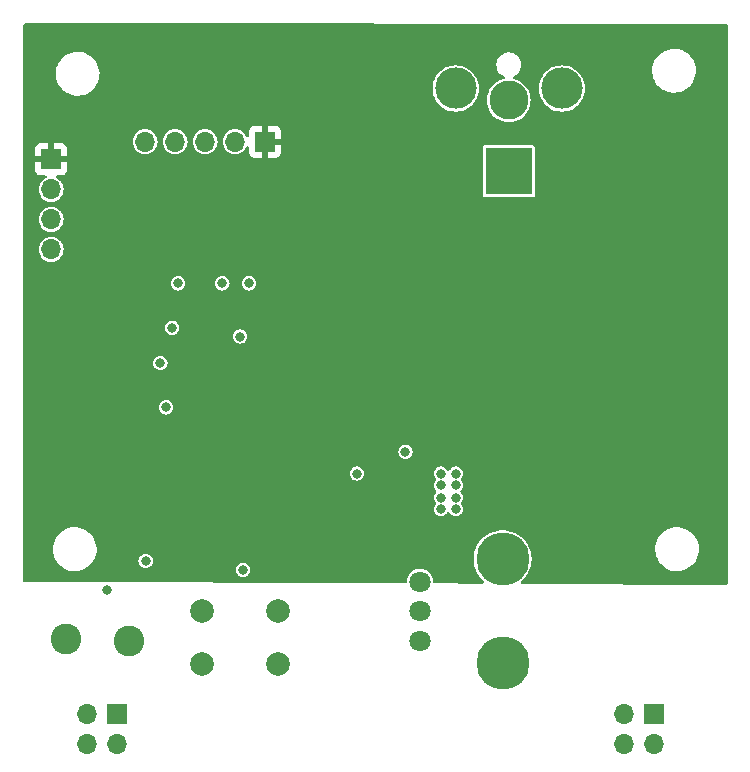
<source format=gbr>
%TF.GenerationSoftware,KiCad,Pcbnew,7.0.1*%
%TF.CreationDate,2023-09-23T10:11:30-05:00*%
%TF.ProjectId,Power_Supply,506f7765-725f-4537-9570-706c792e6b69,1*%
%TF.SameCoordinates,Original*%
%TF.FileFunction,Copper,L4,Bot*%
%TF.FilePolarity,Positive*%
%FSLAX46Y46*%
G04 Gerber Fmt 4.6, Leading zero omitted, Abs format (unit mm)*
G04 Created by KiCad (PCBNEW 7.0.1) date 2023-09-23 10:11:30*
%MOMM*%
%LPD*%
G01*
G04 APERTURE LIST*
%TA.AperFunction,ComponentPad*%
%ADD10C,1.800000*%
%TD*%
%TA.AperFunction,ComponentPad*%
%ADD11C,4.500000*%
%TD*%
%TA.AperFunction,ComponentPad*%
%ADD12R,1.700000X1.700000*%
%TD*%
%TA.AperFunction,ComponentPad*%
%ADD13O,1.700000X1.700000*%
%TD*%
%TA.AperFunction,ComponentPad*%
%ADD14R,4.000000X4.000000*%
%TD*%
%TA.AperFunction,ComponentPad*%
%ADD15C,3.300000*%
%TD*%
%TA.AperFunction,ComponentPad*%
%ADD16C,3.500000*%
%TD*%
%TA.AperFunction,ComponentPad*%
%ADD17C,2.600000*%
%TD*%
%TA.AperFunction,ComponentPad*%
%ADD18C,2.000000*%
%TD*%
%TA.AperFunction,ViaPad*%
%ADD19C,0.800000*%
%TD*%
G04 APERTURE END LIST*
D10*
%TO.P,VR1,1,CCW*%
%TO.N,ADC*%
X140970000Y-94996000D03*
%TO.P,VR1,2,WIPER*%
%TO.N,CW*%
X140970000Y-97496000D03*
%TO.P,VR1,3,CW*%
X140970000Y-99996000D03*
D11*
%TO.P,VR1,MH1,MH1*%
%TO.N,GND*%
X147970000Y-93096000D03*
%TO.P,VR1,MH2,MH2*%
X147970000Y-101896000D03*
%TD*%
D12*
%TO.P,+,1,Pin_1*%
%TO.N,ADC*%
X115321000Y-106167000D03*
D13*
%TO.P,+,2,Pin_2*%
X115321000Y-108707000D03*
%TO.P,+,3,Pin_3*%
%TO.N,GND*%
X112781000Y-106167000D03*
%TO.P,+,4,Pin_4*%
X112781000Y-108707000D03*
%TD*%
D14*
%TO.P,J1,1*%
%TO.N,/MCU_POWER/JACK_OUT*%
X148500000Y-60250000D03*
D15*
%TO.P,J1,2*%
%TO.N,GND*%
X148500000Y-54250000D03*
D16*
%TO.P,J1,MP*%
%TO.N,N/C*%
X153000000Y-53250000D03*
X144000000Y-53250000D03*
%TD*%
D12*
%TO.P,J3,1,Pin_1*%
%TO.N,+3.3V*%
X109750000Y-59250000D03*
D13*
%TO.P,J3,2,Pin_2*%
%TO.N,SCL*%
X109750000Y-61790000D03*
%TO.P,J3,3,Pin_3*%
%TO.N,SDA*%
X109750000Y-64330000D03*
%TO.P,J3,4,Pin_4*%
%TO.N,GND*%
X109750000Y-66870000D03*
%TD*%
D17*
%TO.P,+,1,1*%
%TO.N,ADC*%
X116332000Y-100000000D03*
%TD*%
D18*
%TO.P,RST,1,1*%
%TO.N,GND*%
X129000000Y-102000000D03*
X122500000Y-102000000D03*
%TO.P,RST,2,2*%
%TO.N,/NRST*%
X129000000Y-97500000D03*
X122500000Y-97500000D03*
%TD*%
D17*
%TO.P,-,1,1*%
%TO.N,GND*%
X110998000Y-99822000D03*
%TD*%
D12*
%TO.P,J4,1,Pin_1*%
%TO.N,+3.3V*%
X127870000Y-57750000D03*
D13*
%TO.P,J4,2,Pin_2*%
%TO.N,SWCLK*%
X125330000Y-57750000D03*
%TO.P,J4,3,Pin_3*%
%TO.N,GND*%
X122790000Y-57750000D03*
%TO.P,J4,4,Pin_4*%
%TO.N,SWDIO*%
X120250000Y-57750000D03*
%TO.P,J4,5,Pin_5*%
%TO.N,SWO*%
X117710000Y-57750000D03*
%TD*%
D12*
%TO.P,J5,1,Pin_1*%
%TO.N,ADC*%
X160782000Y-106172000D03*
D13*
%TO.P,J5,2,Pin_2*%
X160782000Y-108712000D03*
%TO.P,J5,3,Pin_3*%
%TO.N,GND*%
X158242000Y-106172000D03*
%TO.P,J5,4,Pin_4*%
X158242000Y-108712000D03*
%TD*%
D19*
%TO.N,Net-(U1-PA1)*%
X119500000Y-80250000D03*
X117750000Y-93250000D03*
%TO.N,+3.3V*%
X151500000Y-86500000D03*
X151500000Y-87750000D03*
X156500000Y-87750000D03*
X152750000Y-86500000D03*
X159000000Y-87750000D03*
X154000000Y-87750000D03*
X130749999Y-77500000D03*
X115862500Y-87250000D03*
X157750000Y-86500000D03*
X152750000Y-87750000D03*
X159000000Y-86500000D03*
X126500000Y-87250000D03*
X123250000Y-66250000D03*
X157750000Y-87750000D03*
X117000000Y-66250000D03*
X118250000Y-52500000D03*
X156500000Y-86500000D03*
X154000000Y-86500000D03*
X155250000Y-86500000D03*
X119294269Y-66455731D03*
X120000000Y-87250000D03*
X155250000Y-87750000D03*
%TO.N,/NRST*%
X126000000Y-94000000D03*
X119000000Y-76500000D03*
%TO.N,SCL*%
X120500000Y-69750000D03*
%TO.N,SDA*%
X120000000Y-73500000D03*
%TO.N,SWCLK*%
X126500000Y-69750000D03*
%TO.N,SWDIO*%
X125750000Y-74250000D03*
%TO.N,SWO*%
X124250000Y-69750000D03*
%TO.N,ADC*%
X144018000Y-88870000D03*
X142748000Y-88860000D03*
X142748000Y-86828000D03*
X142748000Y-87884000D03*
X144018000Y-86838000D03*
X142748000Y-85852000D03*
X114500000Y-95750000D03*
X144018000Y-87884000D03*
X144018000Y-85852000D03*
%TO.N,CW*%
X139750000Y-84000000D03*
X135636000Y-85852000D03*
%TD*%
%TA.AperFunction,Conductor*%
%TO.N,+3.3V*%
G36*
X166834088Y-47758162D02*
G01*
X166883417Y-47768478D01*
X166945493Y-47795516D01*
X166976120Y-47814580D01*
X166999964Y-47841653D01*
X167024428Y-47879315D01*
X167039337Y-47911656D01*
X167044440Y-47946900D01*
X167029894Y-95122589D01*
X167013184Y-95184719D01*
X166967591Y-95230113D01*
X166905388Y-95246550D01*
X149647326Y-95176110D01*
X149590485Y-95162053D01*
X149546431Y-95123482D01*
X149524987Y-95068996D01*
X149530935Y-95010746D01*
X149562947Y-94961721D01*
X149759869Y-94776799D01*
X149956416Y-94539216D01*
X150121635Y-94278871D01*
X150252922Y-93999873D01*
X150348206Y-93706619D01*
X150405984Y-93403736D01*
X150425345Y-93096000D01*
X150405984Y-92788264D01*
X150348206Y-92485381D01*
X150293744Y-92317764D01*
X160895787Y-92317764D01*
X160925413Y-92587016D01*
X160959998Y-92719304D01*
X160993928Y-92849088D01*
X161099870Y-93098390D01*
X161099871Y-93098392D01*
X161240982Y-93329611D01*
X161330253Y-93436881D01*
X161414255Y-93537820D01*
X161615998Y-93718582D01*
X161841910Y-93868044D01*
X161900479Y-93895500D01*
X162087177Y-93983021D01*
X162346562Y-94061058D01*
X162346569Y-94061060D01*
X162614561Y-94100500D01*
X162817631Y-94100500D01*
X162817634Y-94100500D01*
X163020156Y-94085677D01*
X163020156Y-94085676D01*
X163284553Y-94026780D01*
X163537558Y-93930014D01*
X163773777Y-93797441D01*
X163988177Y-93631888D01*
X164176186Y-93436881D01*
X164333799Y-93216579D01*
X164457656Y-92975675D01*
X164545118Y-92719305D01*
X164594319Y-92452933D01*
X164604212Y-92182235D01*
X164574586Y-91912982D01*
X164506072Y-91650912D01*
X164400130Y-91401610D01*
X164279606Y-91204124D01*
X164259017Y-91170388D01*
X164085746Y-90962181D01*
X163980758Y-90868112D01*
X163884002Y-90781418D01*
X163658090Y-90631956D01*
X163658086Y-90631954D01*
X163412822Y-90516978D01*
X163153437Y-90438941D01*
X163153431Y-90438940D01*
X162885439Y-90399500D01*
X162682369Y-90399500D01*
X162682366Y-90399500D01*
X162479843Y-90414322D01*
X162215449Y-90473219D01*
X161962441Y-90569986D01*
X161726223Y-90702559D01*
X161511825Y-90868109D01*
X161323813Y-91063120D01*
X161166201Y-91283420D01*
X161042342Y-91524329D01*
X160954881Y-91780695D01*
X160905680Y-92047066D01*
X160895787Y-92317764D01*
X150293744Y-92317764D01*
X150252922Y-92192127D01*
X150248267Y-92182235D01*
X150121636Y-91913131D01*
X150121541Y-91912982D01*
X149956416Y-91652784D01*
X149954867Y-91650912D01*
X149759870Y-91415202D01*
X149535094Y-91204122D01*
X149285640Y-91022883D01*
X149015433Y-90874336D01*
X148728743Y-90760827D01*
X148430088Y-90684146D01*
X148124173Y-90645500D01*
X148124172Y-90645500D01*
X147815828Y-90645500D01*
X147815827Y-90645500D01*
X147509911Y-90684146D01*
X147211256Y-90760827D01*
X146924566Y-90874336D01*
X146654359Y-91022883D01*
X146404905Y-91204122D01*
X146180129Y-91415202D01*
X145983585Y-91652781D01*
X145818363Y-91913131D01*
X145687078Y-92192124D01*
X145591794Y-92485377D01*
X145534015Y-92788268D01*
X145514654Y-93096000D01*
X145534015Y-93403731D01*
X145591794Y-93706622D01*
X145687078Y-93999875D01*
X145818363Y-94278868D01*
X145983585Y-94539218D01*
X146180129Y-94776798D01*
X146362400Y-94947963D01*
X146394481Y-94997181D01*
X146400305Y-95055642D01*
X146378566Y-95110222D01*
X146334144Y-95148669D01*
X146277010Y-95162354D01*
X142196858Y-95145700D01*
X142131799Y-95126950D01*
X142086288Y-95076820D01*
X142073893Y-95010260D01*
X142075215Y-94996000D01*
X142056397Y-94792917D01*
X142000582Y-94596750D01*
X141964624Y-94524536D01*
X141909675Y-94414181D01*
X141786763Y-94251419D01*
X141636041Y-94114018D01*
X141462638Y-94006652D01*
X141272457Y-93932976D01*
X141205629Y-93920484D01*
X141071976Y-93895500D01*
X140868024Y-93895500D01*
X140767784Y-93914237D01*
X140667542Y-93932976D01*
X140477361Y-94006652D01*
X140303958Y-94114018D01*
X140153236Y-94251419D01*
X140030324Y-94414181D01*
X139939418Y-94596748D01*
X139883602Y-94792916D01*
X139864785Y-94996000D01*
X139865178Y-95000243D01*
X139852629Y-95067104D01*
X139806695Y-95117283D01*
X139741200Y-95135677D01*
X107458994Y-95003914D01*
X107397208Y-94987133D01*
X107352029Y-94941769D01*
X107335500Y-94879915D01*
X107335500Y-92317764D01*
X109895787Y-92317764D01*
X109925413Y-92587016D01*
X109959998Y-92719304D01*
X109993928Y-92849088D01*
X110099870Y-93098390D01*
X110099871Y-93098392D01*
X110240982Y-93329611D01*
X110330253Y-93436881D01*
X110414255Y-93537820D01*
X110615998Y-93718582D01*
X110841910Y-93868044D01*
X110900479Y-93895500D01*
X111087177Y-93983021D01*
X111346562Y-94061058D01*
X111346569Y-94061060D01*
X111614561Y-94100500D01*
X111817631Y-94100500D01*
X111817634Y-94100500D01*
X112020156Y-94085677D01*
X112020156Y-94085676D01*
X112284553Y-94026780D01*
X112354572Y-94000000D01*
X125394317Y-94000000D01*
X125414956Y-94156762D01*
X125475463Y-94302840D01*
X125571717Y-94428282D01*
X125697158Y-94524535D01*
X125697159Y-94524536D01*
X125843238Y-94585044D01*
X126000000Y-94605682D01*
X126156762Y-94585044D01*
X126302841Y-94524536D01*
X126428282Y-94428282D01*
X126524536Y-94302841D01*
X126585044Y-94156762D01*
X126605682Y-94000000D01*
X126585044Y-93843238D01*
X126524536Y-93697159D01*
X126510051Y-93678282D01*
X126428282Y-93571717D01*
X126302840Y-93475463D01*
X126156762Y-93414956D01*
X126000000Y-93394317D01*
X125843237Y-93414956D01*
X125697159Y-93475463D01*
X125571717Y-93571717D01*
X125475463Y-93697159D01*
X125414956Y-93843237D01*
X125394317Y-94000000D01*
X112354572Y-94000000D01*
X112537558Y-93930014D01*
X112773777Y-93797441D01*
X112988177Y-93631888D01*
X113176186Y-93436881D01*
X113309888Y-93250000D01*
X117144317Y-93250000D01*
X117164956Y-93406762D01*
X117225463Y-93552840D01*
X117321717Y-93678282D01*
X117374238Y-93718582D01*
X117447159Y-93774536D01*
X117593238Y-93835044D01*
X117750000Y-93855682D01*
X117906762Y-93835044D01*
X118052841Y-93774536D01*
X118178282Y-93678282D01*
X118274536Y-93552841D01*
X118335044Y-93406762D01*
X118355682Y-93250000D01*
X118335044Y-93093238D01*
X118274536Y-92947159D01*
X118199284Y-92849088D01*
X118178282Y-92821717D01*
X118052840Y-92725463D01*
X117906762Y-92664956D01*
X117750000Y-92644317D01*
X117593237Y-92664956D01*
X117447159Y-92725463D01*
X117321717Y-92821717D01*
X117225463Y-92947159D01*
X117164956Y-93093237D01*
X117144317Y-93250000D01*
X113309888Y-93250000D01*
X113333799Y-93216579D01*
X113457656Y-92975675D01*
X113545118Y-92719305D01*
X113594319Y-92452933D01*
X113604212Y-92182235D01*
X113574586Y-91912982D01*
X113506072Y-91650912D01*
X113400130Y-91401610D01*
X113279606Y-91204124D01*
X113259017Y-91170388D01*
X113085746Y-90962181D01*
X112980758Y-90868112D01*
X112884002Y-90781418D01*
X112658090Y-90631956D01*
X112658086Y-90631954D01*
X112412822Y-90516978D01*
X112153437Y-90438941D01*
X112153431Y-90438940D01*
X111885439Y-90399500D01*
X111682369Y-90399500D01*
X111682366Y-90399500D01*
X111479843Y-90414322D01*
X111215449Y-90473219D01*
X110962441Y-90569986D01*
X110726223Y-90702559D01*
X110511825Y-90868109D01*
X110323813Y-91063120D01*
X110166201Y-91283420D01*
X110042342Y-91524329D01*
X109954881Y-91780695D01*
X109905680Y-92047066D01*
X109895787Y-92317764D01*
X107335500Y-92317764D01*
X107335500Y-88860000D01*
X142142317Y-88860000D01*
X142162956Y-89016762D01*
X142223463Y-89162840D01*
X142319717Y-89288282D01*
X142445158Y-89384535D01*
X142445159Y-89384536D01*
X142591238Y-89445044D01*
X142748000Y-89465682D01*
X142904762Y-89445044D01*
X143050841Y-89384536D01*
X143176282Y-89288282D01*
X143272536Y-89162841D01*
X143272535Y-89162841D01*
X143282474Y-89149890D01*
X143285119Y-89151920D01*
X143300019Y-89131218D01*
X143351617Y-89104699D01*
X143409630Y-89104552D01*
X143461361Y-89130810D01*
X143482875Y-89160388D01*
X143483526Y-89159890D01*
X143589717Y-89298282D01*
X143702127Y-89384536D01*
X143715159Y-89394536D01*
X143861238Y-89455044D01*
X144018000Y-89475682D01*
X144174762Y-89455044D01*
X144320841Y-89394536D01*
X144446282Y-89298282D01*
X144542536Y-89172841D01*
X144603044Y-89026762D01*
X144623682Y-88870000D01*
X144603044Y-88713238D01*
X144555760Y-88599084D01*
X144542537Y-88567161D01*
X144542536Y-88567160D01*
X144542536Y-88567159D01*
X144454541Y-88452482D01*
X144431859Y-88403839D01*
X144431859Y-88350161D01*
X144454541Y-88301517D01*
X144542536Y-88186841D01*
X144603044Y-88040762D01*
X144623682Y-87884000D01*
X144603044Y-87727238D01*
X144542536Y-87581159D01*
X144446282Y-87455718D01*
X144436344Y-87442766D01*
X144437003Y-87442260D01*
X144415324Y-87415846D01*
X144402535Y-87361000D01*
X144415324Y-87306154D01*
X144437003Y-87279739D01*
X144436344Y-87279234D01*
X144472239Y-87232453D01*
X144542536Y-87140841D01*
X144603044Y-86994762D01*
X144623682Y-86838000D01*
X144603044Y-86681238D01*
X144555760Y-86567084D01*
X144542537Y-86535161D01*
X144542536Y-86535160D01*
X144542536Y-86535159D01*
X144454541Y-86420482D01*
X144431859Y-86371839D01*
X144431859Y-86318161D01*
X144454541Y-86269517D01*
X144542536Y-86154841D01*
X144603044Y-86008762D01*
X144623682Y-85852000D01*
X144603044Y-85695238D01*
X144542536Y-85549159D01*
X144446282Y-85423717D01*
X144320840Y-85327463D01*
X144174762Y-85266956D01*
X144018000Y-85246317D01*
X143861237Y-85266956D01*
X143715159Y-85327463D01*
X143589717Y-85423717D01*
X143483526Y-85562110D01*
X143481881Y-85560847D01*
X143463529Y-85586106D01*
X143411946Y-85612388D01*
X143354054Y-85612388D01*
X143302471Y-85586106D01*
X143284118Y-85560847D01*
X143282474Y-85562110D01*
X143176282Y-85423717D01*
X143050840Y-85327463D01*
X142904762Y-85266956D01*
X142748000Y-85246317D01*
X142591237Y-85266956D01*
X142445159Y-85327463D01*
X142319717Y-85423717D01*
X142223463Y-85549159D01*
X142162956Y-85695237D01*
X142142317Y-85851999D01*
X142162956Y-86008762D01*
X142223463Y-86154840D01*
X142307618Y-86264513D01*
X142330303Y-86313160D01*
X142330303Y-86366837D01*
X142307618Y-86415485D01*
X142223463Y-86525159D01*
X142162956Y-86671237D01*
X142142317Y-86828000D01*
X142162956Y-86984762D01*
X142223463Y-87130840D01*
X142319717Y-87256281D01*
X142321468Y-87257625D01*
X142357193Y-87301157D01*
X142369980Y-87356000D01*
X142357193Y-87410843D01*
X142321468Y-87454375D01*
X142319717Y-87455718D01*
X142223463Y-87581159D01*
X142162956Y-87727237D01*
X142142317Y-87883999D01*
X142162956Y-88040762D01*
X142223463Y-88186840D01*
X142307618Y-88296513D01*
X142330303Y-88345160D01*
X142330303Y-88398837D01*
X142307618Y-88447485D01*
X142223463Y-88557159D01*
X142162956Y-88703237D01*
X142142317Y-88860000D01*
X107335500Y-88860000D01*
X107335500Y-85851999D01*
X135030317Y-85851999D01*
X135050956Y-86008762D01*
X135111463Y-86154840D01*
X135207717Y-86280282D01*
X135327036Y-86371838D01*
X135333159Y-86376536D01*
X135479238Y-86437044D01*
X135636000Y-86457682D01*
X135792762Y-86437044D01*
X135938841Y-86376536D01*
X136064282Y-86280282D01*
X136160536Y-86154841D01*
X136221044Y-86008762D01*
X136241682Y-85852000D01*
X136221044Y-85695238D01*
X136160536Y-85549159D01*
X136064282Y-85423717D01*
X135938840Y-85327463D01*
X135792762Y-85266956D01*
X135636000Y-85246317D01*
X135479237Y-85266956D01*
X135333159Y-85327463D01*
X135207717Y-85423717D01*
X135111463Y-85549159D01*
X135050956Y-85695237D01*
X135030317Y-85851999D01*
X107335500Y-85851999D01*
X107335500Y-84000000D01*
X139144317Y-84000000D01*
X139164956Y-84156762D01*
X139225463Y-84302840D01*
X139321717Y-84428282D01*
X139447159Y-84524536D01*
X139593238Y-84585044D01*
X139750000Y-84605682D01*
X139906762Y-84585044D01*
X140052841Y-84524536D01*
X140178282Y-84428282D01*
X140274536Y-84302841D01*
X140335044Y-84156762D01*
X140355682Y-84000000D01*
X140335044Y-83843238D01*
X140274536Y-83697159D01*
X140178282Y-83571717D01*
X140052840Y-83475463D01*
X139906762Y-83414956D01*
X139750000Y-83394317D01*
X139593237Y-83414956D01*
X139447159Y-83475463D01*
X139321717Y-83571717D01*
X139225463Y-83697159D01*
X139164956Y-83843237D01*
X139144317Y-84000000D01*
X107335500Y-84000000D01*
X107335500Y-80250000D01*
X118894317Y-80250000D01*
X118914956Y-80406762D01*
X118975463Y-80552840D01*
X119071717Y-80678282D01*
X119197158Y-80774535D01*
X119197159Y-80774536D01*
X119343238Y-80835044D01*
X119500000Y-80855682D01*
X119656762Y-80835044D01*
X119802841Y-80774536D01*
X119928282Y-80678282D01*
X120024536Y-80552841D01*
X120085044Y-80406762D01*
X120105682Y-80250000D01*
X120085044Y-80093238D01*
X120024536Y-79947159D01*
X120024535Y-79947158D01*
X119928282Y-79821717D01*
X119802840Y-79725463D01*
X119656762Y-79664956D01*
X119500000Y-79644317D01*
X119343237Y-79664956D01*
X119197159Y-79725463D01*
X119071717Y-79821717D01*
X118975463Y-79947159D01*
X118914956Y-80093237D01*
X118894317Y-80250000D01*
X107335500Y-80250000D01*
X107335500Y-76500000D01*
X118394317Y-76500000D01*
X118414956Y-76656762D01*
X118475463Y-76802840D01*
X118571717Y-76928282D01*
X118697159Y-77024536D01*
X118843238Y-77085044D01*
X119000000Y-77105682D01*
X119156762Y-77085044D01*
X119302841Y-77024536D01*
X119428282Y-76928282D01*
X119524536Y-76802841D01*
X119585044Y-76656762D01*
X119605682Y-76500000D01*
X119585044Y-76343238D01*
X119524536Y-76197159D01*
X119524535Y-76197158D01*
X119428282Y-76071717D01*
X119302840Y-75975463D01*
X119156762Y-75914956D01*
X119000000Y-75894317D01*
X118843237Y-75914956D01*
X118697159Y-75975463D01*
X118571717Y-76071717D01*
X118475463Y-76197159D01*
X118414956Y-76343237D01*
X118394317Y-76500000D01*
X107335500Y-76500000D01*
X107335500Y-74250000D01*
X125144317Y-74250000D01*
X125164956Y-74406762D01*
X125225463Y-74552840D01*
X125321717Y-74678282D01*
X125447159Y-74774536D01*
X125593238Y-74835044D01*
X125750000Y-74855682D01*
X125906762Y-74835044D01*
X126052841Y-74774536D01*
X126178282Y-74678282D01*
X126274536Y-74552841D01*
X126335044Y-74406762D01*
X126355682Y-74250000D01*
X126335044Y-74093238D01*
X126274536Y-73947159D01*
X126260051Y-73928282D01*
X126178282Y-73821717D01*
X126052840Y-73725463D01*
X125906762Y-73664956D01*
X125750000Y-73644317D01*
X125593237Y-73664956D01*
X125447159Y-73725463D01*
X125321717Y-73821717D01*
X125225463Y-73947159D01*
X125164956Y-74093237D01*
X125144317Y-74250000D01*
X107335500Y-74250000D01*
X107335500Y-73499999D01*
X119394317Y-73499999D01*
X119414956Y-73656762D01*
X119475463Y-73802840D01*
X119571717Y-73928282D01*
X119697159Y-74024536D01*
X119843238Y-74085044D01*
X120000000Y-74105682D01*
X120156762Y-74085044D01*
X120302841Y-74024536D01*
X120428282Y-73928282D01*
X120524536Y-73802841D01*
X120585044Y-73656762D01*
X120605682Y-73500000D01*
X120585044Y-73343238D01*
X120524536Y-73197159D01*
X120524535Y-73197158D01*
X120428282Y-73071717D01*
X120302840Y-72975463D01*
X120156762Y-72914956D01*
X120000000Y-72894317D01*
X119843237Y-72914956D01*
X119697159Y-72975463D01*
X119571717Y-73071717D01*
X119475463Y-73197159D01*
X119414956Y-73343237D01*
X119394317Y-73499999D01*
X107335500Y-73499999D01*
X107335500Y-69749999D01*
X119894317Y-69749999D01*
X119914956Y-69906762D01*
X119975463Y-70052840D01*
X120071717Y-70178282D01*
X120197159Y-70274536D01*
X120343238Y-70335044D01*
X120500000Y-70355682D01*
X120656762Y-70335044D01*
X120802841Y-70274536D01*
X120928282Y-70178282D01*
X121024536Y-70052841D01*
X121085044Y-69906762D01*
X121105682Y-69750000D01*
X121105682Y-69749999D01*
X123644317Y-69749999D01*
X123664956Y-69906762D01*
X123725463Y-70052840D01*
X123821717Y-70178282D01*
X123947159Y-70274536D01*
X124093238Y-70335044D01*
X124250000Y-70355682D01*
X124406762Y-70335044D01*
X124552841Y-70274536D01*
X124678282Y-70178282D01*
X124774536Y-70052841D01*
X124835044Y-69906762D01*
X124855682Y-69750000D01*
X125894317Y-69750000D01*
X125914956Y-69906762D01*
X125975463Y-70052840D01*
X126071717Y-70178282D01*
X126197159Y-70274536D01*
X126343238Y-70335044D01*
X126500000Y-70355682D01*
X126656762Y-70335044D01*
X126802841Y-70274536D01*
X126928282Y-70178282D01*
X127024536Y-70052841D01*
X127085044Y-69906762D01*
X127105682Y-69750000D01*
X127085044Y-69593238D01*
X127024536Y-69447159D01*
X126928282Y-69321717D01*
X126802840Y-69225463D01*
X126656762Y-69164956D01*
X126500000Y-69144317D01*
X126343237Y-69164956D01*
X126197159Y-69225463D01*
X126071717Y-69321717D01*
X125975463Y-69447159D01*
X125914956Y-69593237D01*
X125894317Y-69750000D01*
X124855682Y-69750000D01*
X124835044Y-69593238D01*
X124774536Y-69447159D01*
X124678282Y-69321717D01*
X124552840Y-69225463D01*
X124406762Y-69164956D01*
X124250000Y-69144317D01*
X124093237Y-69164956D01*
X123947159Y-69225463D01*
X123821717Y-69321717D01*
X123725463Y-69447159D01*
X123664956Y-69593237D01*
X123644317Y-69749999D01*
X121105682Y-69749999D01*
X121085044Y-69593238D01*
X121024536Y-69447159D01*
X120928282Y-69321717D01*
X120802840Y-69225463D01*
X120656762Y-69164956D01*
X120500000Y-69144317D01*
X120343237Y-69164956D01*
X120197159Y-69225463D01*
X120071717Y-69321717D01*
X119975463Y-69447159D01*
X119914956Y-69593237D01*
X119894317Y-69749999D01*
X107335500Y-69749999D01*
X107335500Y-66870000D01*
X108694417Y-66870000D01*
X108714699Y-67075932D01*
X108714700Y-67075934D01*
X108774768Y-67273954D01*
X108872315Y-67456450D01*
X108923608Y-67518952D01*
X109003589Y-67616410D01*
X109083570Y-67682047D01*
X109163550Y-67747685D01*
X109346046Y-67845232D01*
X109544066Y-67905300D01*
X109750000Y-67925583D01*
X109955934Y-67905300D01*
X110153954Y-67845232D01*
X110336450Y-67747685D01*
X110496410Y-67616410D01*
X110627685Y-67456450D01*
X110725232Y-67273954D01*
X110785300Y-67075934D01*
X110805583Y-66870000D01*
X110785300Y-66664066D01*
X110725232Y-66466046D01*
X110627685Y-66283550D01*
X110562047Y-66203569D01*
X110496410Y-66123589D01*
X110398952Y-66043608D01*
X110336450Y-65992315D01*
X110153954Y-65894768D01*
X110054943Y-65864733D01*
X109955932Y-65834699D01*
X109750000Y-65814417D01*
X109544067Y-65834699D01*
X109346043Y-65894769D01*
X109163551Y-65992314D01*
X109003589Y-66123589D01*
X108872314Y-66283551D01*
X108774769Y-66466043D01*
X108714699Y-66664067D01*
X108694417Y-66870000D01*
X107335500Y-66870000D01*
X107335500Y-64329999D01*
X108694417Y-64329999D01*
X108714699Y-64535932D01*
X108714700Y-64535934D01*
X108774768Y-64733954D01*
X108872315Y-64916450D01*
X108923609Y-64978952D01*
X109003589Y-65076410D01*
X109083570Y-65142047D01*
X109163550Y-65207685D01*
X109346046Y-65305232D01*
X109544066Y-65365300D01*
X109750000Y-65385583D01*
X109955934Y-65365300D01*
X110153954Y-65305232D01*
X110336450Y-65207685D01*
X110496410Y-65076410D01*
X110627685Y-64916450D01*
X110725232Y-64733954D01*
X110785300Y-64535934D01*
X110805583Y-64330000D01*
X110785300Y-64124066D01*
X110725232Y-63926046D01*
X110627685Y-63743550D01*
X110562047Y-63663570D01*
X110496410Y-63583589D01*
X110398952Y-63503609D01*
X110336450Y-63452315D01*
X110153954Y-63354768D01*
X110054944Y-63324734D01*
X109955932Y-63294699D01*
X109750000Y-63274417D01*
X109544067Y-63294699D01*
X109346043Y-63354769D01*
X109163551Y-63452314D01*
X109003589Y-63583589D01*
X108872314Y-63743551D01*
X108774769Y-63926043D01*
X108714699Y-64124067D01*
X108694417Y-64329999D01*
X107335500Y-64329999D01*
X107335500Y-59500000D01*
X108400000Y-59500000D01*
X108400000Y-60147824D01*
X108406402Y-60207375D01*
X108456647Y-60342089D01*
X108542811Y-60457188D01*
X108657910Y-60543352D01*
X108792624Y-60593597D01*
X108852176Y-60600000D01*
X109252814Y-60600000D01*
X109315515Y-60617021D01*
X109361003Y-60663411D01*
X109376790Y-60726434D01*
X109358541Y-60788790D01*
X109311267Y-60833358D01*
X109163551Y-60912314D01*
X109003589Y-61043589D01*
X108872314Y-61203551D01*
X108774769Y-61386043D01*
X108714699Y-61584067D01*
X108694417Y-61790000D01*
X108714699Y-61995932D01*
X108714700Y-61995934D01*
X108774768Y-62193954D01*
X108872315Y-62376450D01*
X108887171Y-62394552D01*
X109003589Y-62536410D01*
X109083569Y-62602047D01*
X109163550Y-62667685D01*
X109346046Y-62765232D01*
X109544066Y-62825300D01*
X109750000Y-62845583D01*
X109955934Y-62825300D01*
X110153954Y-62765232D01*
X110336450Y-62667685D01*
X110496410Y-62536410D01*
X110627685Y-62376450D01*
X110684718Y-62269749D01*
X146299500Y-62269749D01*
X146311132Y-62328230D01*
X146355447Y-62394552D01*
X146421769Y-62438867D01*
X146480251Y-62450500D01*
X146480252Y-62450500D01*
X150519748Y-62450500D01*
X150519749Y-62450500D01*
X150548989Y-62444683D01*
X150578231Y-62438867D01*
X150644552Y-62394552D01*
X150688867Y-62328231D01*
X150700500Y-62269748D01*
X150700500Y-58230252D01*
X150688867Y-58171769D01*
X150666969Y-58138997D01*
X150644552Y-58105447D01*
X150578230Y-58061132D01*
X150519749Y-58049500D01*
X150519748Y-58049500D01*
X146480252Y-58049500D01*
X146480251Y-58049500D01*
X146421769Y-58061132D01*
X146355447Y-58105447D01*
X146311132Y-58171769D01*
X146299500Y-58230251D01*
X146299500Y-62269749D01*
X110684718Y-62269749D01*
X110725232Y-62193954D01*
X110785300Y-61995934D01*
X110805583Y-61790000D01*
X110785300Y-61584066D01*
X110725232Y-61386046D01*
X110627685Y-61203550D01*
X110562047Y-61123570D01*
X110496410Y-61043589D01*
X110398952Y-60963608D01*
X110336450Y-60912315D01*
X110188732Y-60833357D01*
X110141459Y-60788790D01*
X110123210Y-60726434D01*
X110138997Y-60663411D01*
X110184485Y-60617021D01*
X110247186Y-60600000D01*
X110647824Y-60600000D01*
X110707375Y-60593597D01*
X110842089Y-60543352D01*
X110957188Y-60457188D01*
X111043352Y-60342089D01*
X111093597Y-60207375D01*
X111100000Y-60147824D01*
X111100000Y-59500000D01*
X108400000Y-59500000D01*
X107335500Y-59500000D01*
X107335500Y-59000000D01*
X108400000Y-59000000D01*
X109500000Y-59000000D01*
X109500000Y-57900000D01*
X110000000Y-57900000D01*
X110000000Y-59000000D01*
X111100000Y-59000000D01*
X111100000Y-58352176D01*
X111093597Y-58292624D01*
X111043352Y-58157910D01*
X110957188Y-58042811D01*
X110842089Y-57956647D01*
X110707375Y-57906402D01*
X110647824Y-57900000D01*
X110000000Y-57900000D01*
X109500000Y-57900000D01*
X108852176Y-57900000D01*
X108792624Y-57906402D01*
X108657910Y-57956647D01*
X108542811Y-58042811D01*
X108456647Y-58157910D01*
X108406402Y-58292624D01*
X108400000Y-58352176D01*
X108400000Y-59000000D01*
X107335500Y-59000000D01*
X107335500Y-57750000D01*
X116654417Y-57750000D01*
X116674699Y-57955932D01*
X116734769Y-58153956D01*
X116744290Y-58171769D01*
X116832315Y-58336450D01*
X116845221Y-58352176D01*
X116963589Y-58496410D01*
X117043570Y-58562047D01*
X117123550Y-58627685D01*
X117306046Y-58725232D01*
X117504066Y-58785300D01*
X117710000Y-58805583D01*
X117915934Y-58785300D01*
X118113954Y-58725232D01*
X118296450Y-58627685D01*
X118456410Y-58496410D01*
X118587685Y-58336450D01*
X118685232Y-58153954D01*
X118745300Y-57955934D01*
X118765583Y-57750000D01*
X119194417Y-57750000D01*
X119214699Y-57955932D01*
X119274769Y-58153956D01*
X119284290Y-58171769D01*
X119372315Y-58336450D01*
X119385221Y-58352176D01*
X119503589Y-58496410D01*
X119583570Y-58562047D01*
X119663550Y-58627685D01*
X119846046Y-58725232D01*
X120044066Y-58785300D01*
X120250000Y-58805583D01*
X120455934Y-58785300D01*
X120653954Y-58725232D01*
X120836450Y-58627685D01*
X120996410Y-58496410D01*
X121127685Y-58336450D01*
X121225232Y-58153954D01*
X121285300Y-57955934D01*
X121305583Y-57750000D01*
X121734417Y-57750000D01*
X121754699Y-57955932D01*
X121814769Y-58153956D01*
X121824290Y-58171769D01*
X121912315Y-58336450D01*
X121925221Y-58352176D01*
X122043589Y-58496410D01*
X122123570Y-58562047D01*
X122203550Y-58627685D01*
X122386046Y-58725232D01*
X122584066Y-58785300D01*
X122790000Y-58805583D01*
X122995934Y-58785300D01*
X123193954Y-58725232D01*
X123376450Y-58627685D01*
X123536410Y-58496410D01*
X123667685Y-58336450D01*
X123765232Y-58153954D01*
X123825300Y-57955934D01*
X123845583Y-57750000D01*
X124274417Y-57750000D01*
X124294699Y-57955932D01*
X124354769Y-58153956D01*
X124364290Y-58171769D01*
X124452315Y-58336450D01*
X124465221Y-58352176D01*
X124583589Y-58496410D01*
X124663570Y-58562047D01*
X124743550Y-58627685D01*
X124926046Y-58725232D01*
X125124066Y-58785300D01*
X125330000Y-58805583D01*
X125535934Y-58785300D01*
X125733954Y-58725232D01*
X125916450Y-58627685D01*
X126076410Y-58496410D01*
X126207685Y-58336450D01*
X126286642Y-58188732D01*
X126331210Y-58141459D01*
X126393566Y-58123210D01*
X126456589Y-58138997D01*
X126502979Y-58184485D01*
X126520000Y-58247186D01*
X126520000Y-58647824D01*
X126526402Y-58707375D01*
X126576647Y-58842089D01*
X126662811Y-58957188D01*
X126777910Y-59043352D01*
X126912624Y-59093597D01*
X126972176Y-59100000D01*
X127620000Y-59100000D01*
X127620000Y-58000000D01*
X128120000Y-58000000D01*
X128120000Y-59100000D01*
X128767824Y-59100000D01*
X128827375Y-59093597D01*
X128962089Y-59043352D01*
X129077188Y-58957188D01*
X129163352Y-58842089D01*
X129213597Y-58707375D01*
X129220000Y-58647824D01*
X129220000Y-58000000D01*
X128120000Y-58000000D01*
X127620000Y-58000000D01*
X127620000Y-56400000D01*
X128120000Y-56400000D01*
X128120000Y-57500000D01*
X129220000Y-57500000D01*
X129220000Y-56852176D01*
X129213597Y-56792624D01*
X129163352Y-56657910D01*
X129077188Y-56542811D01*
X128962089Y-56456647D01*
X128827375Y-56406402D01*
X128767824Y-56400000D01*
X128120000Y-56400000D01*
X127620000Y-56400000D01*
X126972176Y-56400000D01*
X126912624Y-56406402D01*
X126777910Y-56456647D01*
X126662811Y-56542811D01*
X126576647Y-56657910D01*
X126526402Y-56792624D01*
X126520000Y-56852176D01*
X126520000Y-57252814D01*
X126502979Y-57315515D01*
X126456589Y-57361003D01*
X126393566Y-57376790D01*
X126331210Y-57358541D01*
X126286642Y-57311267D01*
X126255398Y-57252814D01*
X126207685Y-57163550D01*
X126142047Y-57083570D01*
X126076410Y-57003589D01*
X125978952Y-56923608D01*
X125916450Y-56872315D01*
X125733954Y-56774768D01*
X125634944Y-56744734D01*
X125535932Y-56714699D01*
X125330000Y-56694417D01*
X125124067Y-56714699D01*
X124926043Y-56774769D01*
X124743551Y-56872314D01*
X124583589Y-57003589D01*
X124452314Y-57163551D01*
X124354769Y-57346043D01*
X124294699Y-57544067D01*
X124274417Y-57750000D01*
X123845583Y-57750000D01*
X123825300Y-57544066D01*
X123765232Y-57346046D01*
X123667685Y-57163550D01*
X123602047Y-57083570D01*
X123536410Y-57003589D01*
X123438952Y-56923608D01*
X123376450Y-56872315D01*
X123193954Y-56774768D01*
X123094944Y-56744734D01*
X122995932Y-56714699D01*
X122790000Y-56694417D01*
X122584067Y-56714699D01*
X122386043Y-56774769D01*
X122203551Y-56872314D01*
X122043589Y-57003589D01*
X121912314Y-57163551D01*
X121814769Y-57346043D01*
X121754699Y-57544067D01*
X121734417Y-57750000D01*
X121305583Y-57750000D01*
X121285300Y-57544066D01*
X121225232Y-57346046D01*
X121127685Y-57163550D01*
X121062047Y-57083570D01*
X120996410Y-57003589D01*
X120898952Y-56923608D01*
X120836450Y-56872315D01*
X120653954Y-56774768D01*
X120554944Y-56744734D01*
X120455932Y-56714699D01*
X120250000Y-56694417D01*
X120044067Y-56714699D01*
X119846043Y-56774769D01*
X119663551Y-56872314D01*
X119503589Y-57003589D01*
X119372314Y-57163551D01*
X119274769Y-57346043D01*
X119214699Y-57544067D01*
X119194417Y-57750000D01*
X118765583Y-57750000D01*
X118745300Y-57544066D01*
X118685232Y-57346046D01*
X118587685Y-57163550D01*
X118522047Y-57083570D01*
X118456410Y-57003589D01*
X118358952Y-56923608D01*
X118296450Y-56872315D01*
X118113954Y-56774768D01*
X118014944Y-56744734D01*
X117915932Y-56714699D01*
X117710000Y-56694417D01*
X117504067Y-56714699D01*
X117306043Y-56774769D01*
X117123551Y-56872314D01*
X116963589Y-57003589D01*
X116832314Y-57163551D01*
X116734769Y-57346043D01*
X116674699Y-57544067D01*
X116654417Y-57750000D01*
X107335500Y-57750000D01*
X107335500Y-52067764D01*
X110145787Y-52067764D01*
X110175413Y-52337016D01*
X110185994Y-52377488D01*
X110243928Y-52599088D01*
X110341890Y-52829611D01*
X110349871Y-52848392D01*
X110490982Y-53079611D01*
X110630275Y-53246989D01*
X110664255Y-53287820D01*
X110865998Y-53468582D01*
X111091910Y-53618044D01*
X111198211Y-53667875D01*
X111337177Y-53733021D01*
X111562875Y-53800923D01*
X111596569Y-53811060D01*
X111864561Y-53850500D01*
X112067631Y-53850500D01*
X112067634Y-53850500D01*
X112270156Y-53835677D01*
X112270156Y-53835676D01*
X112534553Y-53776780D01*
X112787558Y-53680014D01*
X113023777Y-53547441D01*
X113238177Y-53381888D01*
X113365333Y-53249999D01*
X142044517Y-53249999D01*
X142064422Y-53528294D01*
X142123727Y-53800918D01*
X142123729Y-53800923D01*
X142221231Y-54062337D01*
X142221233Y-54062340D01*
X142354942Y-54307211D01*
X142438544Y-54418890D01*
X142522145Y-54530568D01*
X142719432Y-54727855D01*
X142779309Y-54772678D01*
X142942788Y-54895057D01*
X143030331Y-54942858D01*
X143187663Y-55028769D01*
X143449077Y-55126271D01*
X143449080Y-55126271D01*
X143449081Y-55126272D01*
X143487883Y-55134712D01*
X143721706Y-55185578D01*
X144000000Y-55205482D01*
X144278294Y-55185578D01*
X144550923Y-55126271D01*
X144812337Y-55028769D01*
X145057213Y-54895056D01*
X145280568Y-54727855D01*
X145477855Y-54530568D01*
X145645056Y-54307213D01*
X145676297Y-54249999D01*
X146644772Y-54249999D01*
X146663657Y-54514027D01*
X146719921Y-54772673D01*
X146719923Y-54772678D01*
X146812426Y-55020689D01*
X146816838Y-55028769D01*
X146939282Y-55253009D01*
X147018598Y-55358963D01*
X147097913Y-55464915D01*
X147285085Y-55652087D01*
X147444013Y-55771058D01*
X147496990Y-55810717D01*
X147580045Y-55856068D01*
X147729311Y-55937574D01*
X147977322Y-56030077D01*
X147977325Y-56030077D01*
X147977326Y-56030078D01*
X148025667Y-56040593D01*
X148235974Y-56086343D01*
X148500000Y-56105227D01*
X148764026Y-56086343D01*
X149022678Y-56030077D01*
X149270689Y-55937574D01*
X149503011Y-55810716D01*
X149714915Y-55652087D01*
X149902087Y-55464915D01*
X150060716Y-55253011D01*
X150187574Y-55020689D01*
X150280077Y-54772678D01*
X150336343Y-54514026D01*
X150355227Y-54250000D01*
X150336343Y-53985974D01*
X150280077Y-53727322D01*
X150187574Y-53479311D01*
X150088265Y-53297441D01*
X150062360Y-53249999D01*
X151044517Y-53249999D01*
X151064422Y-53528294D01*
X151123727Y-53800918D01*
X151123729Y-53800923D01*
X151221231Y-54062337D01*
X151221233Y-54062340D01*
X151354942Y-54307211D01*
X151438544Y-54418890D01*
X151522145Y-54530568D01*
X151719432Y-54727855D01*
X151779309Y-54772678D01*
X151942788Y-54895057D01*
X152030331Y-54942858D01*
X152187663Y-55028769D01*
X152449077Y-55126271D01*
X152449080Y-55126271D01*
X152449081Y-55126272D01*
X152487883Y-55134712D01*
X152721706Y-55185578D01*
X153000000Y-55205482D01*
X153278294Y-55185578D01*
X153550923Y-55126271D01*
X153812337Y-55028769D01*
X154057213Y-54895056D01*
X154280568Y-54727855D01*
X154477855Y-54530568D01*
X154645056Y-54307213D01*
X154778769Y-54062337D01*
X154876271Y-53800923D01*
X154935578Y-53528294D01*
X154955482Y-53250000D01*
X154935578Y-52971706D01*
X154876271Y-52699077D01*
X154778769Y-52437663D01*
X154682853Y-52262007D01*
X154645057Y-52192788D01*
X154596321Y-52127685D01*
X154477855Y-51969432D01*
X154326187Y-51817764D01*
X160645787Y-51817764D01*
X160675413Y-52087016D01*
X160711548Y-52225232D01*
X160743928Y-52349088D01*
X160797720Y-52475670D01*
X160849871Y-52598392D01*
X160990982Y-52829611D01*
X161161976Y-53035082D01*
X161164255Y-53037820D01*
X161365998Y-53218582D01*
X161591910Y-53368044D01*
X161698211Y-53417875D01*
X161837177Y-53483021D01*
X162096562Y-53561058D01*
X162096569Y-53561060D01*
X162364561Y-53600500D01*
X162567631Y-53600500D01*
X162567634Y-53600500D01*
X162770156Y-53585677D01*
X162770155Y-53585677D01*
X163034553Y-53526780D01*
X163287558Y-53430014D01*
X163523777Y-53297441D01*
X163738177Y-53131888D01*
X163926186Y-52936881D01*
X164083799Y-52716579D01*
X164207656Y-52475675D01*
X164295118Y-52219305D01*
X164344319Y-51952933D01*
X164354212Y-51682235D01*
X164324586Y-51412982D01*
X164256072Y-51150912D01*
X164150130Y-50901610D01*
X164009018Y-50670390D01*
X164009017Y-50670388D01*
X163835746Y-50462181D01*
X163730758Y-50368112D01*
X163634002Y-50281418D01*
X163408090Y-50131956D01*
X163408086Y-50131954D01*
X163162822Y-50016978D01*
X162903437Y-49938941D01*
X162903431Y-49938940D01*
X162635439Y-49899500D01*
X162432369Y-49899500D01*
X162432366Y-49899500D01*
X162229843Y-49914322D01*
X161965449Y-49973219D01*
X161712441Y-50069986D01*
X161476223Y-50202559D01*
X161261825Y-50368109D01*
X161073813Y-50563120D01*
X160916201Y-50783420D01*
X160792342Y-51024329D01*
X160704881Y-51280695D01*
X160655680Y-51547066D01*
X160645787Y-51817764D01*
X154326187Y-51817764D01*
X154280568Y-51772145D01*
X154122683Y-51653954D01*
X154057211Y-51604942D01*
X153882124Y-51509338D01*
X153812337Y-51471231D01*
X153550923Y-51373729D01*
X153550918Y-51373727D01*
X153278294Y-51314422D01*
X153000000Y-51294517D01*
X152721705Y-51314422D01*
X152449081Y-51373727D01*
X152318370Y-51422479D01*
X152187663Y-51471231D01*
X152187660Y-51471232D01*
X152187659Y-51471233D01*
X151942788Y-51604942D01*
X151719429Y-51772147D01*
X151522147Y-51969429D01*
X151354942Y-52192788D01*
X151221233Y-52437659D01*
X151221231Y-52437663D01*
X151174697Y-52562426D01*
X151123727Y-52699081D01*
X151064422Y-52971705D01*
X151044517Y-53249999D01*
X150062360Y-53249999D01*
X150060717Y-53246990D01*
X149974554Y-53131890D01*
X149902087Y-53035085D01*
X149714915Y-52847913D01*
X149539473Y-52716579D01*
X149503009Y-52689282D01*
X149336552Y-52598390D01*
X149270689Y-52562426D01*
X149113387Y-52503755D01*
X149022674Y-52469921D01*
X148942268Y-52452431D01*
X148888601Y-52425985D01*
X148853563Y-52377488D01*
X148845313Y-52318230D01*
X148865770Y-52262007D01*
X148910170Y-52221909D01*
X149086450Y-52127685D01*
X149246410Y-51996410D01*
X149377685Y-51836450D01*
X149475232Y-51653954D01*
X149535300Y-51455934D01*
X149555583Y-51250000D01*
X149535300Y-51044066D01*
X149475232Y-50846046D01*
X149377685Y-50663550D01*
X149269248Y-50531418D01*
X149246410Y-50503589D01*
X149148952Y-50423608D01*
X149086450Y-50372315D01*
X148903954Y-50274768D01*
X148804944Y-50244734D01*
X148705932Y-50214699D01*
X148568467Y-50201160D01*
X148551608Y-50199500D01*
X148448392Y-50199500D01*
X148433192Y-50200996D01*
X148294067Y-50214699D01*
X148096043Y-50274769D01*
X147913551Y-50372314D01*
X147753589Y-50503589D01*
X147622314Y-50663551D01*
X147524769Y-50846043D01*
X147464699Y-51044067D01*
X147444417Y-51250000D01*
X147464699Y-51455932D01*
X147464700Y-51455934D01*
X147524768Y-51653954D01*
X147622315Y-51836450D01*
X147673609Y-51898952D01*
X147753589Y-51996410D01*
X147833569Y-52062047D01*
X147913550Y-52127685D01*
X148089826Y-52221907D01*
X148134229Y-52262007D01*
X148154686Y-52318230D01*
X148146436Y-52377488D01*
X148111398Y-52425985D01*
X148057731Y-52452431D01*
X147977326Y-52469921D01*
X147853316Y-52516174D01*
X147729311Y-52562426D01*
X147729308Y-52562427D01*
X147729307Y-52562428D01*
X147496990Y-52689282D01*
X147285082Y-52847915D01*
X147097915Y-53035082D01*
X146939282Y-53246990D01*
X146812428Y-53479307D01*
X146812426Y-53479311D01*
X146787015Y-53547441D01*
X146719921Y-53727326D01*
X146663657Y-53985972D01*
X146644772Y-54249999D01*
X145676297Y-54249999D01*
X145778769Y-54062337D01*
X145876271Y-53800923D01*
X145935578Y-53528294D01*
X145955482Y-53250000D01*
X145935578Y-52971706D01*
X145876271Y-52699077D01*
X145778769Y-52437663D01*
X145682853Y-52262007D01*
X145645057Y-52192788D01*
X145596321Y-52127685D01*
X145477855Y-51969432D01*
X145280568Y-51772145D01*
X145122683Y-51653954D01*
X145057211Y-51604942D01*
X144882124Y-51509338D01*
X144812337Y-51471231D01*
X144550923Y-51373729D01*
X144550918Y-51373727D01*
X144278294Y-51314422D01*
X144000000Y-51294517D01*
X143721705Y-51314422D01*
X143449081Y-51373727D01*
X143318370Y-51422479D01*
X143187663Y-51471231D01*
X143187660Y-51471232D01*
X143187659Y-51471233D01*
X142942788Y-51604942D01*
X142719429Y-51772147D01*
X142522147Y-51969429D01*
X142354942Y-52192788D01*
X142221233Y-52437659D01*
X142221231Y-52437663D01*
X142174697Y-52562426D01*
X142123727Y-52699081D01*
X142064422Y-52971705D01*
X142044517Y-53249999D01*
X113365333Y-53249999D01*
X113426186Y-53186881D01*
X113583799Y-52966579D01*
X113707656Y-52725675D01*
X113795118Y-52469305D01*
X113844319Y-52202933D01*
X113854212Y-51932235D01*
X113824586Y-51662982D01*
X113756072Y-51400912D01*
X113650130Y-51151610D01*
X113509018Y-50920390D01*
X113509017Y-50920388D01*
X113335746Y-50712181D01*
X113281470Y-50663550D01*
X113134002Y-50531418D01*
X112908090Y-50381956D01*
X112887522Y-50372314D01*
X112662822Y-50266978D01*
X112403437Y-50188941D01*
X112403431Y-50188940D01*
X112135439Y-50149500D01*
X111932369Y-50149500D01*
X111932366Y-50149500D01*
X111729843Y-50164322D01*
X111465449Y-50223219D01*
X111212441Y-50319986D01*
X110976223Y-50452559D01*
X110761825Y-50618109D01*
X110573813Y-50813120D01*
X110416201Y-51033420D01*
X110292342Y-51274329D01*
X110204881Y-51530695D01*
X110155680Y-51797066D01*
X110145787Y-52067764D01*
X107335500Y-52067764D01*
X107335500Y-48028287D01*
X107347673Y-47974707D01*
X107426801Y-47809569D01*
X107457817Y-47769101D01*
X107502498Y-47744535D01*
X107732448Y-47674510D01*
X107768744Y-47669134D01*
X166834088Y-47758162D01*
G37*
%TD.AperFunction*%
%TD*%
M02*

</source>
